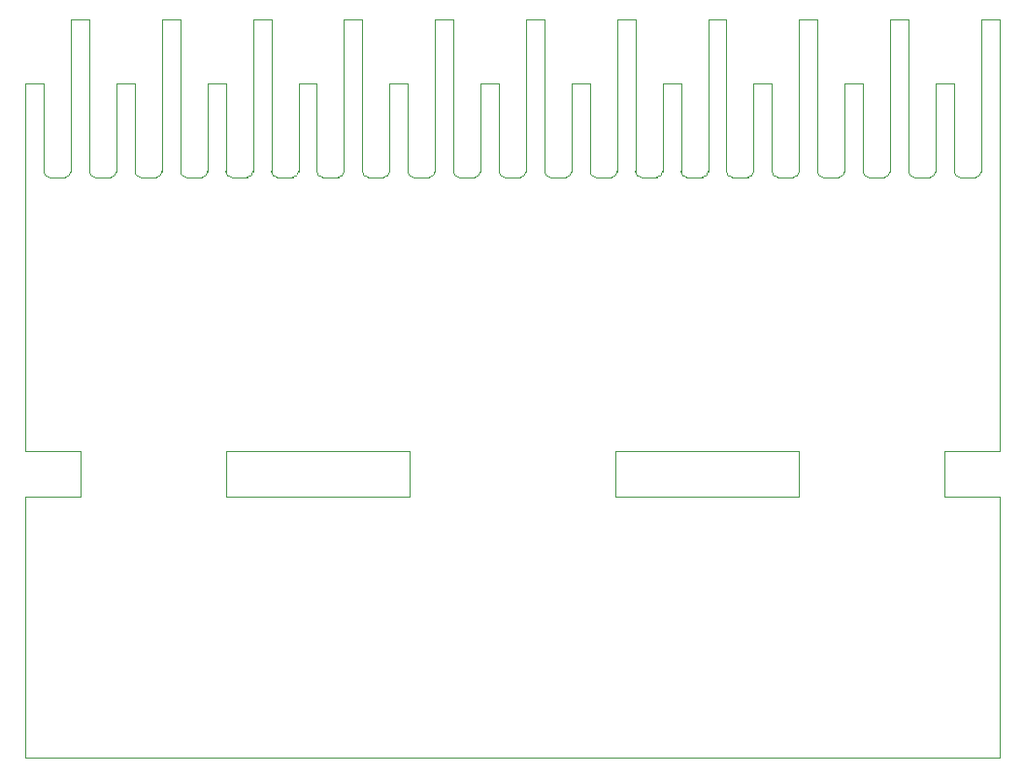
<source format=gm1>
G04 #@! TF.GenerationSoftware,KiCad,Pcbnew,(5.99.0-12896-g1860893d63)*
G04 #@! TF.CreationDate,2021-12-10T21:36:47+01:00*
G04 #@! TF.ProjectId,HP_44491A_to_UTP_v2,48505f34-3434-4393-9141-5f746f5f5554,rev?*
G04 #@! TF.SameCoordinates,Original*
G04 #@! TF.FileFunction,Profile,NP*
%FSLAX46Y46*%
G04 Gerber Fmt 4.6, Leading zero omitted, Abs format (unit mm)*
G04 Created by KiCad (PCBNEW (5.99.0-12896-g1860893d63)) date 2021-12-10 21:36:47*
%MOMM*%
%LPD*%
G01*
G04 APERTURE LIST*
G04 #@! TA.AperFunction,Profile*
%ADD10C,0.120000*%
G04 #@! TD*
G04 APERTURE END LIST*
D10*
X90596000Y-82000000D02*
X175596000Y-82000000D01*
X90596000Y-60526000D02*
X90596000Y-82000000D01*
X175596000Y-60526000D02*
X175596000Y-82000000D01*
X146206000Y-30826000D02*
X146206000Y-23126000D01*
X142096000Y-55226000D02*
X158096000Y-55226000D01*
X90596000Y-23126000D02*
X92226000Y-23126000D01*
X108106000Y-30826000D02*
X108106000Y-23126000D01*
X146206000Y-23126000D02*
X147806000Y-23126000D01*
X133796000Y-31326000D02*
X132426000Y-31326000D01*
X142236000Y-30826000D02*
X142236000Y-17526000D01*
X142096000Y-55226000D02*
X142096000Y-59226000D01*
X114446000Y-23126000D02*
X116046000Y-23126000D01*
X92226000Y-30826000D02*
X92226000Y-23126000D01*
X95396000Y-55226000D02*
X95396000Y-59226000D01*
X175596000Y-30826000D02*
X175596000Y-55226000D01*
X147806000Y-30826000D02*
X147806000Y-23126000D01*
X134296000Y-30826000D02*
X134296000Y-17526000D01*
X106506000Y-23126000D02*
X108106000Y-23126000D01*
X129826000Y-31326000D02*
X128456000Y-31326000D01*
X173496000Y-31326000D02*
X172126000Y-31326000D01*
X170796000Y-55226000D02*
X170796000Y-59226000D01*
X98066000Y-31326000D02*
X96696000Y-31326000D01*
X104136000Y-17526000D02*
X104136000Y-30826000D01*
X112076000Y-17526000D02*
X112076000Y-30826000D01*
X134296000Y-17526000D02*
X135896000Y-17526000D01*
X123986000Y-30826000D02*
X123986000Y-23126000D01*
X130326000Y-23126000D02*
X131926000Y-23126000D01*
X158116000Y-30826000D02*
X158116000Y-17526000D01*
X158096000Y-55226000D02*
X158096000Y-59226000D01*
X165556000Y-31326000D02*
X164186000Y-31326000D01*
X110476000Y-17526000D02*
X112076000Y-17526000D01*
X98566000Y-23126000D02*
X100166000Y-23126000D01*
X126356000Y-30826000D02*
X126356000Y-17526000D01*
X108096000Y-59226000D02*
X124096000Y-59226000D01*
X167656000Y-17526000D02*
X167656000Y-30826000D01*
X154146000Y-23126000D02*
X155746000Y-23126000D01*
X108096000Y-55226000D02*
X124096000Y-55226000D01*
X94096000Y-31326000D02*
X92726000Y-31326000D01*
X124096000Y-55226000D02*
X124096000Y-59226000D01*
X108096000Y-55226000D02*
X108096000Y-59226000D01*
X94596000Y-17526000D02*
X96196000Y-17526000D01*
X122386000Y-23126000D02*
X123986000Y-23126000D01*
X120016000Y-17526000D02*
X120016000Y-30826000D01*
X102036000Y-31326000D02*
X100666000Y-31326000D01*
X145706000Y-31326000D02*
X144336000Y-31326000D01*
X90596000Y-59226000D02*
X95396000Y-59226000D01*
X149676000Y-31326000D02*
X148306000Y-31326000D01*
X171626000Y-30826000D02*
X171626000Y-23126000D01*
X117916000Y-31326000D02*
X116546000Y-31326000D01*
X150176000Y-17526000D02*
X151776000Y-17526000D01*
X158116000Y-17526000D02*
X159716000Y-17526000D01*
X154146000Y-30826000D02*
X154146000Y-23126000D01*
X141736000Y-31326000D02*
X140366000Y-31326000D01*
X110476000Y-30826000D02*
X110476000Y-17526000D01*
X162086000Y-23126000D02*
X163686000Y-23126000D01*
X127956000Y-17526000D02*
X127956000Y-30826000D01*
X150176000Y-30826000D02*
X150176000Y-17526000D01*
X118416000Y-30826000D02*
X118416000Y-17526000D01*
X175596000Y-59226000D02*
X175596000Y-60526000D01*
X175596000Y-55226000D02*
X170796000Y-55226000D01*
X170026000Y-23126000D02*
X171626000Y-23126000D01*
X122386000Y-30826000D02*
X122386000Y-23126000D01*
X163686000Y-30826000D02*
X163686000Y-23126000D01*
X106006000Y-31326000D02*
X104636000Y-31326000D01*
X159716000Y-17526000D02*
X159716000Y-30826000D01*
X143836000Y-17526000D02*
X143836000Y-30826000D01*
X153646000Y-31326000D02*
X152276000Y-31326000D01*
X157616000Y-31326000D02*
X156246000Y-31326000D01*
X139866000Y-30826000D02*
X139866000Y-23126000D01*
X96196000Y-17526000D02*
X96196000Y-30826000D01*
X102536000Y-30826000D02*
X102536000Y-17526000D01*
X125856000Y-31326000D02*
X124486000Y-31326000D01*
X90596000Y-30826000D02*
X90596000Y-23126000D01*
X135896000Y-17526000D02*
X135896000Y-30826000D01*
X118416000Y-17526000D02*
X120016000Y-17526000D01*
X166056000Y-17526000D02*
X167656000Y-17526000D01*
X173996000Y-30826000D02*
X173996000Y-17526000D01*
X100166000Y-30826000D02*
X100166000Y-23126000D01*
X94596000Y-30826000D02*
X94596000Y-17526000D01*
X113946000Y-31326000D02*
X112576000Y-31326000D01*
X155746000Y-30826000D02*
X155746000Y-23126000D01*
X90596000Y-30826000D02*
X90596000Y-55226000D01*
X126356000Y-17526000D02*
X127956000Y-17526000D01*
X98566000Y-30826000D02*
X98566000Y-23126000D01*
X130326000Y-30826000D02*
X130326000Y-23126000D01*
X151776000Y-17526000D02*
X151776000Y-30826000D01*
X173996000Y-17526000D02*
X175596000Y-17526000D01*
X170796000Y-59226000D02*
X175596000Y-59226000D01*
X162086000Y-30826000D02*
X162086000Y-23126000D01*
X175596000Y-17526000D02*
X175596000Y-30826000D01*
X137766000Y-31326000D02*
X136396000Y-31326000D01*
X90596000Y-59226000D02*
X90596000Y-60526000D01*
X170026000Y-30826000D02*
X170026000Y-23126000D01*
X142236000Y-17526000D02*
X143836000Y-17526000D01*
X138266000Y-30826000D02*
X138266000Y-23126000D01*
X90596000Y-55226000D02*
X95396000Y-55226000D01*
X166056000Y-30826000D02*
X166056000Y-17526000D01*
X114446000Y-30826000D02*
X114446000Y-23126000D01*
X142096000Y-59226000D02*
X158096000Y-59226000D01*
X131926000Y-30826000D02*
X131926000Y-23126000D01*
X121886000Y-31326000D02*
X120516000Y-31326000D01*
X169526000Y-31326000D02*
X168156000Y-31326000D01*
X138266000Y-23126000D02*
X139866000Y-23126000D01*
X106506000Y-30826000D02*
X106506000Y-23126000D01*
X102536000Y-17526000D02*
X104136000Y-17526000D01*
X109976000Y-31326000D02*
X108606000Y-31326000D01*
X116046000Y-30826000D02*
X116046000Y-23126000D01*
X161586000Y-31326000D02*
X160216000Y-31326000D01*
X139866000Y-30826000D02*
G75*
G03*
X140366000Y-31326000I500001J1D01*
G01*
X131926000Y-30826000D02*
G75*
G03*
X132426000Y-31326000I500001J1D01*
G01*
X149676000Y-31326000D02*
G75*
G03*
X150176000Y-30826000I-1J500001D01*
G01*
X157616000Y-31326000D02*
G75*
G03*
X158116000Y-30826000I-1J500001D01*
G01*
X147806000Y-30826000D02*
G75*
G03*
X148306000Y-31326000I500001J1D01*
G01*
X173496000Y-31326000D02*
G75*
G03*
X173996000Y-30826000I-1J500001D01*
G01*
X163686000Y-30826000D02*
G75*
G03*
X164186000Y-31326000I500001J1D01*
G01*
X145706000Y-31326000D02*
G75*
G03*
X146206000Y-30826000I-1J500001D01*
G01*
X133796000Y-31326000D02*
G75*
G03*
X134296000Y-30826000I-1J500001D01*
G01*
X123986000Y-30826000D02*
G75*
G03*
X124486000Y-31326000I500001J1D01*
G01*
X112076000Y-30826000D02*
G75*
G03*
X112576000Y-31326000I500001J1D01*
G01*
X117916000Y-31326000D02*
G75*
G03*
X118416000Y-30826000I-1J500001D01*
G01*
X121886000Y-31326000D02*
G75*
G03*
X122386000Y-30826000I-1J500001D01*
G01*
X96196000Y-30826000D02*
G75*
G03*
X96696000Y-31326000I500001J1D01*
G01*
X129826000Y-31326000D02*
G75*
G03*
X130326000Y-30826000I-1J500001D01*
G01*
X98066000Y-31326000D02*
G75*
G03*
X98566000Y-30826000I-1J500001D01*
G01*
X108106000Y-30826000D02*
G75*
G03*
X108606000Y-31326000I500001J1D01*
G01*
X116046000Y-30826000D02*
G75*
G03*
X116546000Y-31326000I500001J1D01*
G01*
X165556000Y-31326000D02*
G75*
G03*
X166056000Y-30826000I-1J500001D01*
G01*
X127956000Y-30826000D02*
G75*
G03*
X128456000Y-31326000I500001J1D01*
G01*
X100166000Y-30826000D02*
G75*
G03*
X100666000Y-31326000I500001J1D01*
G01*
X167656000Y-30826000D02*
G75*
G03*
X168156000Y-31326000I500001J1D01*
G01*
X159716000Y-30826000D02*
G75*
G03*
X160216000Y-31326000I500001J1D01*
G01*
X171626000Y-30826000D02*
G75*
G03*
X172126000Y-31326000I500001J1D01*
G01*
X143836000Y-30826000D02*
G75*
G03*
X144336000Y-31326000I500001J1D01*
G01*
X151776000Y-30826000D02*
G75*
G03*
X152276000Y-31326000I500001J1D01*
G01*
X109976000Y-31326000D02*
G75*
G03*
X110476000Y-30826000I-1J500001D01*
G01*
X125856000Y-31326000D02*
G75*
G03*
X126356000Y-30826000I-1J500001D01*
G01*
X104136000Y-30826000D02*
G75*
G03*
X104636000Y-31326000I500001J1D01*
G01*
X141736000Y-31326000D02*
G75*
G03*
X142236000Y-30826000I-1J500001D01*
G01*
X169526000Y-31326000D02*
G75*
G03*
X170026000Y-30826000I-1J500001D01*
G01*
X92226000Y-30826000D02*
G75*
G03*
X92726000Y-31326000I500001J1D01*
G01*
X120016000Y-30826000D02*
G75*
G03*
X120516000Y-31326000I500001J1D01*
G01*
X94096000Y-31326000D02*
G75*
G03*
X94596000Y-30826000I-1J500001D01*
G01*
X113946000Y-31326000D02*
G75*
G03*
X114446000Y-30826000I-1J500001D01*
G01*
X155746000Y-30826000D02*
G75*
G03*
X156246000Y-31326000I500001J1D01*
G01*
X137766000Y-31326000D02*
G75*
G03*
X138266000Y-30826000I-1J500001D01*
G01*
X161586000Y-31326000D02*
G75*
G03*
X162086000Y-30826000I-1J500001D01*
G01*
X106006000Y-31326000D02*
G75*
G03*
X106506000Y-30826000I-1J500001D01*
G01*
X153646000Y-31326000D02*
G75*
G03*
X154146000Y-30826000I-1J500001D01*
G01*
X102036000Y-31326000D02*
G75*
G03*
X102536000Y-30826000I-1J500001D01*
G01*
X135896000Y-30826000D02*
G75*
G03*
X136396000Y-31326000I500001J1D01*
G01*
M02*

</source>
